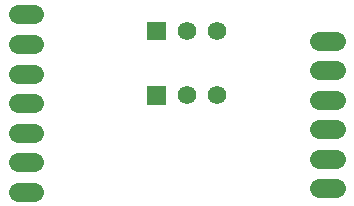
<source format=gbl>
G04 Layer: BottomLayer*
G04 EasyEDA v6.4.31, 2022-02-18 10:26:20*
G04 Gerber Generator version 0.2*
G04 Scale: 100 percent, Rotated: No, Reflected: No *
G04 Dimensions in millimeters *
G04 leading zeros omitted , absolute positions ,4 integer and 5 decimal *
%FSLAX45Y45*%
%MOMM*%

%ADD12C,1.5748*%
%ADD14C,1.6000*%

%LPD*%
D12*
G01*
X2095500Y-647700D03*
G01*
X1841500Y-647700D03*
G36*
X1508760Y-568960D02*
G01*
X1666239Y-568960D01*
X1666239Y-726439D01*
X1508760Y-726439D01*
G37*
G01*
X2095500Y-1193800D03*
G01*
X1841500Y-1193800D03*
G36*
X1508760Y-1115060D02*
G01*
X1666239Y-1115060D01*
X1666239Y-1272539D01*
X1508760Y-1272539D01*
G37*
D14*
X2965300Y-1981200D02*
G01*
X3105299Y-1981200D01*
X2965300Y-1731187D02*
G01*
X3105299Y-1731187D01*
X2965300Y-1481201D02*
G01*
X3105299Y-1481201D01*
X2965300Y-1231188D02*
G01*
X3105299Y-1231188D01*
X2965300Y-981202D02*
G01*
X3105299Y-981202D01*
X2965300Y-731189D02*
G01*
X3105299Y-731189D01*
X552599Y-508000D02*
G01*
X412600Y-508000D01*
X552599Y-758012D02*
G01*
X412600Y-758012D01*
X552599Y-1007998D02*
G01*
X412600Y-1007998D01*
X552599Y-1258011D02*
G01*
X412600Y-1258011D01*
X552599Y-1507997D02*
G01*
X412600Y-1507997D01*
X552599Y-1758010D02*
G01*
X412600Y-1758010D01*
X552599Y-2007996D02*
G01*
X412600Y-2007996D01*
M02*

</source>
